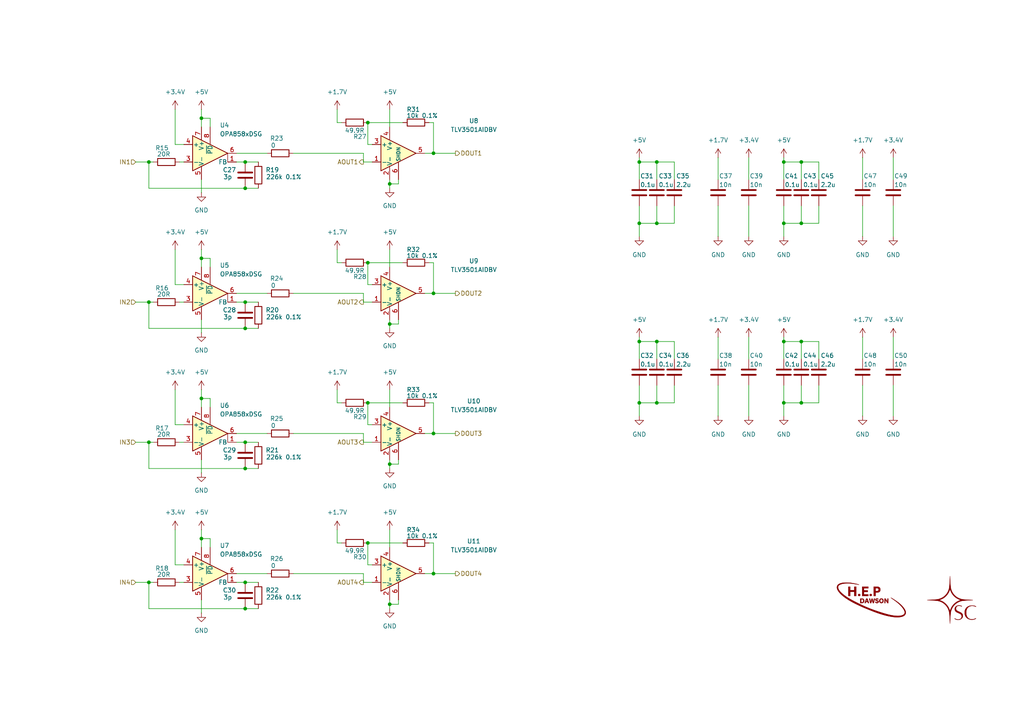
<source format=kicad_sch>
(kicad_sch (version 20250114) (generator "eeschema") (generator_version "9.0")
  (paper "A4")
  (title_block (comment 3 "Dawson Enriched Pure & Applied") (comment 4 "Alex Xia"))
  (lib_symbols
    (symbol "Device:C" (pin_numbers (hide yes)) (pin_names (offset 0.254))
      (property "Reference" "C" (at 0.635 2.54 0))
      (property "Value" "C" (at 0.635 -2.54 0))
      (symbol "C_1_1"
        (pin passive line (at 0 3.81 270) (length 2.794) (name "~") (number "1"))
        (pin passive line (at 0 -3.81 90) (length 2.794) (name "~") (number "2"))
      )
    )
    (symbol "Device:R" (pin_numbers (hide yes)) (pin_names (offset 0))
      (property "Reference" "R" (at 2.032 0 90))
      (property "Value" "R" (at 0 0 90))
      (symbol "R_1_1"
        (pin passive line (at 0 3.81 270) (length 1.27) (name "~") (number "1"))
        (pin passive line (at 0 -3.81 90) (length 1.27) (name "~") (number "2"))
      )
    )
    (symbol "hep:LOGO" (pin_names (offset 1.016)))
    (symbol "opa858:OPA858xDSG" (pin_names (offset 0.127))
      (property "Reference" "U" (at 1.27 8.89 0))
      (property "Value" "OPA858xDSG" (at 1.27 6.35 0))
      (symbol "OPA858xDSG_0_0"
        (pin power_in line (at -2.54 7.62 270) (length 3.81) (name "V+") (number "7"))
        (pin passive line (at -2.54 -7.62 90) (length 3.81) (hide yes) (name "V-") (number "9"))
        (pin input line (at 0 7.62 270) (length 5.08) (name "~{PD}") (number "8"))
      )
      (symbol "OPA858xDSG_0_1"
        (pin no_connect line (at -5.08 -5.08 90) (length 3.81) (hide yes) (name "NC") (number "2"))
        (pin output line (at 7.62 0 180) (length 2.54) (name "~") (number "6"))
      )
      (symbol "OPA858xDSG_1_1"
        (pin input line (at -7.62 2.54 0) (length 2.54) (name "+") (number "4"))
        (pin input line (at -7.62 -2.54 0) (length 2.54) (name "-") (number "3"))
        (pin power_in line (at -2.54 -7.62 90) (length 3.81) (name "V-") (number "5"))
        (pin output line (at 7.62 -2.54 180) (length 2.54) (name "FB") (number "1"))
      )
    )
    (symbol "power:+5V" (power) (pin_numbers (hide yes)) (pin_names (offset 0) (hide yes))
      (property "Value" "+5V" (at 0 3.556 0))
      (symbol "+5V_1_1"
        (pin power_in line (at 0 0 90) (length 0) (name "~") (number "1"))
      )
    )
    (symbol "power:GND" (power) (pin_numbers (hide yes)) (pin_names (offset 0) (hide yes))
      (property "Value" "GND" (at 0 -3.81 0))
      (symbol "GND_1_1"
        (pin power_in line (at 0 0 270) (length 0) (name "~") (number "1"))
      )
    )
    (symbol "sc:LOGO" (pin_names (offset 1.016)))
    (symbol "tlv3501:TLV3501AIDBV" (pin_names (offset 0.127))
      (property "Reference" "U" (at 3.81 -5.08 0))
      (property "Value" "TLV3501AIDBV" (at 3.81 -7.62 0))
      (symbol "TLV3501AIDBV_1_1"
        (pin input line (at -7.62 2.54 0) (length 2.54) (name "+") (number "3"))
        (pin input line (at -7.62 -2.54 0) (length 2.54) (name "-") (number "1"))
        (pin power_in line (at -2.54 7.62 270) (length 3.81) (name "V+") (number "4"))
        (pin power_in line (at -2.54 -7.62 90) (length 3.81) (name "V-") (number "2"))
        (pin input line (at 0 -7.62 90) (length 5.08) (name "SHDN") (number "6"))
        (pin output line (at 7.62 0 180) (length 2.54) (name "~") (number "5"))
      )
    )
  )
  (junction (at 71.12 54.61))
  (junction (at 232.41 116.84))
  (junction (at 71.12 176.53))
  (junction (at 190.5 99.06))
  (junction (at 232.41 46.99))
  (junction (at 185.42 64.77))
  (junction (at 125.73 44.45))
  (junction (at 232.41 99.06))
  (junction (at 227.33 99.06))
  (junction (at 190.5 46.99))
  (junction (at 106.68 157.48))
  (junction (at 71.12 46.99))
  (junction (at 43.18 87.63))
  (junction (at 58.42 34.29))
  (junction (at 106.68 35.56))
  (junction (at 113.03 93.98))
  (junction (at 227.33 46.99))
  (junction (at 125.73 85.09))
  (junction (at 125.73 125.73))
  (junction (at 71.12 135.89))
  (junction (at 185.42 99.06))
  (junction (at 185.42 116.84))
  (junction (at 185.42 46.99))
  (junction (at 190.5 64.77))
  (junction (at 71.12 95.25))
  (junction (at 71.12 87.63))
  (junction (at 71.12 168.91))
  (junction (at 58.42 115.57))
  (junction (at 227.33 116.84))
  (junction (at 227.33 64.77))
  (junction (at 113.03 134.62))
  (junction (at 125.73 166.37))
  (junction (at 58.42 156.21))
  (junction (at 58.42 74.93))
  (junction (at 71.12 128.27))
  (junction (at 106.68 116.84))
  (junction (at 232.41 64.77))
  (junction (at 43.18 46.99))
  (junction (at 43.18 128.27))
  (junction (at 113.03 53.34))
  (junction (at 113.03 175.26))
  (junction (at 106.68 76.2))
  (junction (at 190.5 116.84))
  (junction (at 43.18 168.91))
  (wire (pts (xy 237.49 99.06) (xy 232.41 99.06)))
  (wire (pts (xy 43.18 87.63) (xy 43.18 95.25)))
  (wire (pts (xy 106.68 157.48) (xy 116.84 157.48)))
  (wire (pts (xy 68.58 166.37) (xy 77.47 166.37)))
  (wire (pts (xy 190.5 116.84) (xy 195.58 116.84)))
  (wire (pts (xy 227.33 99.06) (xy 232.41 99.06)))
  (wire (pts (xy 185.42 97.79) (xy 185.42 99.06)))
  (wire (pts (xy 71.12 128.27) (xy 74.93 128.27)))
  (wire (pts (xy 97.79 116.84) (xy 99.06 116.84)))
  (wire (pts (xy 43.18 135.89) (xy 71.12 135.89)))
  (wire (pts (xy 217.17 45.72) (xy 217.17 52.07)))
  (wire (pts (xy 113.03 175.26) (xy 113.03 176.53)))
  (wire (pts (xy 123.19 85.09) (xy 125.73 85.09)))
  (wire (pts (xy 97.79 113.03) (xy 97.79 116.84)))
  (wire (pts (xy 123.19 44.45) (xy 125.73 44.45)))
  (wire (pts (xy 124.46 157.48) (xy 125.73 157.48)))
  (wire (pts (xy 115.57 92.71) (xy 115.57 93.98)))
  (wire (pts (xy 68.58 125.73) (xy 77.47 125.73)))
  (wire (pts (xy 123.19 166.37) (xy 125.73 166.37)))
  (wire (pts (xy 113.03 93.98) (xy 115.57 93.98)))
  (wire (pts (xy 50.8 113.03) (xy 50.8 123.19)))
  (wire (pts (xy 68.58 46.99) (xy 71.12 46.99)))
  (wire (pts (xy 232.41 99.06) (xy 232.41 104.14)))
  (wire (pts (xy 60.96 74.93) (xy 58.42 74.93)))
  (wire (pts (xy 113.03 52.07) (xy 113.03 53.34)))
  (wire (pts (xy 105.41 44.45) (xy 105.41 46.99)))
  (wire (pts (xy 125.73 125.73) (xy 132.08 125.73)))
  (wire (pts (xy 52.07 168.91) (xy 53.34 168.91)))
  (wire (pts (xy 85.09 166.37) (xy 105.41 166.37)))
  (wire (pts (xy 227.33 111.76) (xy 227.33 116.84)))
  (wire (pts (xy 185.42 45.72) (xy 185.42 46.99)))
  (wire (pts (xy 60.96 118.11) (xy 60.96 115.57)))
  (wire (pts (xy 106.68 41.91) (xy 107.95 41.91)))
  (wire (pts (xy 43.18 95.25) (xy 71.12 95.25)))
  (wire (pts (xy 113.03 134.62) (xy 113.03 135.89)))
  (wire (pts (xy 195.58 52.07) (xy 195.58 46.99)))
  (wire (pts (xy 250.19 45.72) (xy 250.19 52.07)))
  (wire (pts (xy 71.12 135.89) (xy 74.93 135.89)))
  (wire (pts (xy 185.42 64.77) (xy 190.5 64.77)))
  (wire (pts (xy 185.42 46.99) (xy 185.42 52.07)))
  (wire (pts (xy 71.12 176.53) (xy 74.93 176.53)))
  (wire (pts (xy 113.03 53.34) (xy 113.03 54.61)))
  (wire (pts (xy 190.5 46.99) (xy 190.5 52.07)))
  (wire (pts (xy 43.18 128.27) (xy 44.45 128.27)))
  (wire (pts (xy 39.37 46.99) (xy 43.18 46.99)))
  (wire (pts (xy 227.33 46.99) (xy 227.33 52.07)))
  (wire (pts (xy 217.17 59.69) (xy 217.17 68.58)))
  (wire (pts (xy 50.8 41.91) (xy 53.34 41.91)))
  (wire (pts (xy 106.68 82.55) (xy 107.95 82.55)))
  (wire (pts (xy 227.33 64.77) (xy 232.41 64.77)))
  (wire (pts (xy 43.18 168.91) (xy 43.18 176.53)))
  (wire (pts (xy 113.03 175.26) (xy 115.57 175.26)))
  (wire (pts (xy 124.46 76.2) (xy 125.73 76.2)))
  (wire (pts (xy 195.58 99.06) (xy 190.5 99.06)))
  (wire (pts (xy 185.42 116.84) (xy 185.42 120.65)))
  (wire (pts (xy 227.33 64.77) (xy 227.33 68.58)))
  (wire (pts (xy 113.03 72.39) (xy 113.03 77.47)))
  (wire (pts (xy 60.96 77.47) (xy 60.96 74.93)))
  (wire (pts (xy 105.41 46.99) (xy 107.95 46.99)))
  (wire (pts (xy 71.12 168.91) (xy 74.93 168.91)))
  (wire (pts (xy 237.49 46.99) (xy 232.41 46.99)))
  (wire (pts (xy 125.73 76.2) (xy 125.73 85.09)))
  (wire (pts (xy 71.12 95.25) (xy 74.93 95.25)))
  (wire (pts (xy 97.79 31.75) (xy 97.79 35.56)))
  (wire (pts (xy 106.68 123.19) (xy 107.95 123.19)))
  (wire (pts (xy 185.42 64.77) (xy 185.42 68.58)))
  (wire (pts (xy 58.42 92.71) (xy 58.42 96.52)))
  (wire (pts (xy 125.73 157.48) (xy 125.73 166.37)))
  (wire (pts (xy 71.12 54.61) (xy 74.93 54.61)))
  (wire (pts (xy 58.42 173.99) (xy 58.42 177.8)))
  (wire (pts (xy 50.8 72.39) (xy 50.8 82.55)))
  (wire (pts (xy 232.41 111.76) (xy 232.41 116.84)))
  (wire (pts (xy 123.19 125.73) (xy 125.73 125.73)))
  (wire (pts (xy 113.03 92.71) (xy 113.03 93.98)))
  (wire (pts (xy 39.37 87.63) (xy 43.18 87.63)))
  (wire (pts (xy 124.46 35.56) (xy 125.73 35.56)))
  (wire (pts (xy 259.08 45.72) (xy 259.08 52.07)))
  (wire (pts (xy 58.42 74.93) (xy 58.42 77.47)))
  (wire (pts (xy 232.41 46.99) (xy 232.41 52.07)))
  (wire (pts (xy 195.58 46.99) (xy 190.5 46.99)))
  (wire (pts (xy 106.68 163.83) (xy 107.95 163.83)))
  (wire (pts (xy 113.03 133.35) (xy 113.03 134.62)))
  (wire (pts (xy 106.68 116.84) (xy 116.84 116.84)))
  (wire (pts (xy 113.03 93.98) (xy 113.03 95.25)))
  (wire (pts (xy 185.42 111.76) (xy 185.42 116.84)))
  (wire (pts (xy 58.42 72.39) (xy 58.42 74.93)))
  (wire (pts (xy 106.68 76.2) (xy 116.84 76.2)))
  (wire (pts (xy 208.28 59.69) (xy 208.28 68.58)))
  (wire (pts (xy 208.28 111.76) (xy 208.28 120.65)))
  (wire (pts (xy 43.18 176.53) (xy 71.12 176.53)))
  (wire (pts (xy 259.08 111.76) (xy 259.08 120.65)))
  (wire (pts (xy 58.42 115.57) (xy 58.42 118.11)))
  (wire (pts (xy 106.68 35.56) (xy 116.84 35.56)))
  (wire (pts (xy 105.41 87.63) (xy 107.95 87.63)))
  (wire (pts (xy 39.37 128.27) (xy 43.18 128.27)))
  (wire (pts (xy 39.37 168.91) (xy 43.18 168.91)))
  (wire (pts (xy 227.33 99.06) (xy 227.33 104.14)))
  (wire (pts (xy 113.03 53.34) (xy 115.57 53.34)))
  (wire (pts (xy 250.19 111.76) (xy 250.19 120.65)))
  (wire (pts (xy 259.08 97.79) (xy 259.08 104.14)))
  (wire (pts (xy 227.33 59.69) (xy 227.33 64.77)))
  (wire (pts (xy 105.41 125.73) (xy 105.41 128.27)))
  (wire (pts (xy 60.96 158.75) (xy 60.96 156.21)))
  (wire (pts (xy 237.49 64.77) (xy 232.41 64.77)))
  (wire (pts (xy 227.33 116.84) (xy 232.41 116.84)))
  (wire (pts (xy 125.73 166.37) (xy 132.08 166.37)))
  (wire (pts (xy 68.58 85.09) (xy 77.47 85.09)))
  (wire (pts (xy 259.08 59.69) (xy 259.08 68.58)))
  (wire (pts (xy 185.42 46.99) (xy 190.5 46.99)))
  (wire (pts (xy 52.07 128.27) (xy 53.34 128.27)))
  (wire (pts (xy 237.49 52.07) (xy 237.49 46.99)))
  (wire (pts (xy 68.58 87.63) (xy 71.12 87.63)))
  (wire (pts (xy 115.57 52.07) (xy 115.57 53.34)))
  (wire (pts (xy 50.8 153.67) (xy 50.8 163.83)))
  (wire (pts (xy 237.49 116.84) (xy 232.41 116.84)))
  (wire (pts (xy 105.41 166.37) (xy 105.41 168.91)))
  (wire (pts (xy 43.18 54.61) (xy 71.12 54.61)))
  (wire (pts (xy 43.18 46.99) (xy 43.18 54.61)))
  (wire (pts (xy 105.41 128.27) (xy 107.95 128.27)))
  (wire (pts (xy 113.03 134.62) (xy 115.57 134.62)))
  (wire (pts (xy 185.42 99.06) (xy 190.5 99.06)))
  (wire (pts (xy 217.17 111.76) (xy 217.17 120.65)))
  (wire (pts (xy 190.5 111.76) (xy 190.5 116.84)))
  (wire (pts (xy 113.03 173.99) (xy 113.03 175.26)))
  (wire (pts (xy 52.07 87.63) (xy 53.34 87.63)))
  (wire (pts (xy 113.03 31.75) (xy 113.03 36.83)))
  (wire (pts (xy 185.42 59.69) (xy 185.42 64.77)))
  (wire (pts (xy 58.42 31.75) (xy 58.42 34.29)))
  (wire (pts (xy 125.73 44.45) (xy 132.08 44.45)))
  (wire (pts (xy 125.73 35.56) (xy 125.73 44.45)))
  (wire (pts (xy 50.8 31.75) (xy 50.8 41.91)))
  (wire (pts (xy 232.41 59.69) (xy 232.41 64.77)))
  (wire (pts (xy 58.42 113.03) (xy 58.42 115.57)))
  (wire (pts (xy 227.33 116.84) (xy 227.33 120.65)))
  (wire (pts (xy 58.42 133.35) (xy 58.42 137.16)))
  (wire (pts (xy 97.79 153.67) (xy 97.79 157.48)))
  (wire (pts (xy 85.09 125.73) (xy 105.41 125.73)))
  (wire (pts (xy 52.07 46.99) (xy 53.34 46.99)))
  (wire (pts (xy 195.58 64.77) (xy 190.5 64.77)))
  (wire (pts (xy 97.79 76.2) (xy 99.06 76.2)))
  (wire (pts (xy 195.58 59.69) (xy 195.58 64.77)))
  (wire (pts (xy 85.09 44.45) (xy 105.41 44.45)))
  (wire (pts (xy 237.49 59.69) (xy 237.49 64.77)))
  (wire (pts (xy 106.68 76.2) (xy 106.68 82.55)))
  (wire (pts (xy 97.79 35.56) (xy 99.06 35.56)))
  (wire (pts (xy 58.42 52.07) (xy 58.42 55.88)))
  (wire (pts (xy 60.96 34.29) (xy 58.42 34.29)))
  (wire (pts (xy 227.33 45.72) (xy 227.33 46.99)))
  (wire (pts (xy 58.42 156.21) (xy 58.42 158.75)))
  (wire (pts (xy 97.79 157.48) (xy 99.06 157.48)))
  (wire (pts (xy 227.33 46.99) (xy 232.41 46.99)))
  (wire (pts (xy 250.19 59.69) (xy 250.19 68.58)))
  (wire (pts (xy 113.03 153.67) (xy 113.03 158.75)))
  (wire (pts (xy 85.09 85.09) (xy 105.41 85.09)))
  (wire (pts (xy 50.8 123.19) (xy 53.34 123.19)))
  (wire (pts (xy 43.18 168.91) (xy 44.45 168.91)))
  (wire (pts (xy 125.73 85.09) (xy 132.08 85.09)))
  (wire (pts (xy 43.18 87.63) (xy 44.45 87.63)))
  (wire (pts (xy 68.58 168.91) (xy 71.12 168.91)))
  (wire (pts (xy 68.58 128.27) (xy 71.12 128.27)))
  (wire (pts (xy 125.73 116.84) (xy 125.73 125.73)))
  (wire (pts (xy 71.12 46.99) (xy 74.93 46.99)))
  (wire (pts (xy 105.41 168.91) (xy 107.95 168.91)))
  (wire (pts (xy 185.42 99.06) (xy 185.42 104.14)))
  (wire (pts (xy 190.5 99.06) (xy 190.5 104.14)))
  (wire (pts (xy 113.03 113.03) (xy 113.03 118.11)))
  (wire (pts (xy 97.79 72.39) (xy 97.79 76.2)))
  (wire (pts (xy 195.58 111.76) (xy 195.58 116.84)))
  (wire (pts (xy 60.96 36.83) (xy 60.96 34.29)))
  (wire (pts (xy 250.19 97.79) (xy 250.19 104.14)))
  (wire (pts (xy 50.8 82.55) (xy 53.34 82.55)))
  (wire (pts (xy 58.42 153.67) (xy 58.42 156.21)))
  (wire (pts (xy 106.68 116.84) (xy 106.68 123.19)))
  (wire (pts (xy 43.18 46.99) (xy 44.45 46.99)))
  (wire (pts (xy 60.96 156.21) (xy 58.42 156.21)))
  (wire (pts (xy 43.18 128.27) (xy 43.18 135.89)))
  (wire (pts (xy 237.49 104.14) (xy 237.49 99.06)))
  (wire (pts (xy 190.5 59.69) (xy 190.5 64.77)))
  (wire (pts (xy 60.96 115.57) (xy 58.42 115.57)))
  (wire (pts (xy 208.28 97.79) (xy 208.28 104.14)))
  (wire (pts (xy 58.42 34.29) (xy 58.42 36.83)))
  (wire (pts (xy 237.49 111.76) (xy 237.49 116.84)))
  (wire (pts (xy 71.12 87.63) (xy 74.93 87.63)))
  (wire (pts (xy 185.42 116.84) (xy 190.5 116.84)))
  (wire (pts (xy 115.57 173.99) (xy 115.57 175.26)))
  (wire (pts (xy 106.68 157.48) (xy 106.68 163.83)))
  (wire (pts (xy 124.46 116.84) (xy 125.73 116.84)))
  (wire (pts (xy 227.33 97.79) (xy 227.33 99.06)))
  (wire (pts (xy 106.68 35.56) (xy 106.68 41.91)))
  (wire (pts (xy 217.17 97.79) (xy 217.17 104.14)))
  (wire (pts (xy 105.41 85.09) (xy 105.41 87.63)))
  (wire (pts (xy 68.58 44.45) (xy 77.47 44.45)))
  (wire (pts (xy 115.57 133.35) (xy 115.57 134.62)))
  (wire (pts (xy 195.58 104.14) (xy 195.58 99.06)))
  (wire (pts (xy 50.8 163.83) (xy 53.34 163.83)))
  (wire (pts (xy 208.28 45.72) (xy 208.28 52.07)))
  (hierarchical_label "AOUT3" (shape output) (at 105.41 128.27 180))
  (hierarchical_label "DOUT3" (shape output) (at 132.08 125.73 0))
  (hierarchical_label "IN2" (shape input) (at 39.37 87.63 180))
  (hierarchical_label "IN3" (shape input) (at 39.37 128.27 180))
  (hierarchical_label "AOUT1" (shape output) (at 105.41 46.99 180))
  (hierarchical_label "AOUT4" (shape output) (at 105.41 168.91 180))
  (hierarchical_label "DOUT4" (shape output) (at 132.08 166.37 0))
  (hierarchical_label "IN1" (shape input) (at 39.37 46.99 180))
  (hierarchical_label "AOUT2" (shape output) (at 105.41 87.63 180))
  (hierarchical_label "DOUT1" (shape output) (at 132.08 44.45 0))
  (hierarchical_label "IN4" (shape input) (at 39.37 168.91 180))
  (hierarchical_label "DOUT2" (shape output) (at 132.08 85.09 0))
  (symbol (lib_id "Device:C") (at 217.17 107.95 0) (unit 1)
    (property "Reference" "C40" (at 217.424 103.124 0) (effects (justify left)))
    (property "Value" "10n" (at 217.424 105.664 0) (effects (justify left)))
    (property "Footprint" "Capacitor_SMD:C_0402_1005Metric" (effects (hide yes)))
    (property "Description" "Unpolarized capacitor" (effects (hide yes)))
    (property "LCSC" "C1524" (effects (hide yes)))
  )
  (symbol (lib_id "power:+5V") (at 227.33 45.72 0) (unit 1)
    (property "Reference" "#PWR077" (effects (hide yes)))
    (property "Value" "+5V" (at 227.33 40.64 0))
    (property "Description" "Power symbol creates a global label with name \"+5V\"" (effects (hide yes)))
  )
  (symbol (lib_id "Device:R") (at 120.65 116.84 90) (unit 1)
    (property "Reference" "R33" (at 119.888 113.03 90))
    (property "Value" "10k 0.1%" (at 122.428 114.808 90))
    (property "Footprint" "Resistor_SMD:R_0603_1608Metric" (effects (hide yes)))
    (property "Description" "Resistor" (effects (hide yes)))
    (property "LCSC" "C136139" (effects (hide yes)))
  )
  (symbol (lib_id "Device:R") (at 120.65 76.2 90) (unit 1)
    (property "Reference" "R32" (at 119.888 72.39 90))
    (property "Value" "10k 0.1%" (at 122.428 74.168 90))
    (property "Footprint" "Resistor_SMD:R_0603_1608Metric" (effects (hide yes)))
    (property "Description" "Resistor" (effects (hide yes)))
    (property "LCSC" "C136139" (effects (hide yes)))
  )
  (symbol (lib_id "power:+5V") (at 58.42 113.03 0) (unit 1)
    (property "Reference" "#PWR049" (effects (hide yes)))
    (property "Value" "+5V" (at 58.42 107.95 0))
    (property "Description" "Power symbol creates a global label with name \"+5V\"" (effects (hide yes)))
  )
  (symbol (lib_id "power:GND") (at 217.17 68.58 0) (unit 1)
    (property "Reference" "#PWR074" (effects (hide yes)))
    (property "Value" "GND" (at 217.17 73.914 0))
    (property "Description" "Power symbol creates a global label with name \"GND\" , ground" (effects (hide yes)))
  )
  (symbol (lib_id "power:GND") (at 113.03 54.61 0) (unit 1)
    (property "Reference" "#PWR058" (effects (hide yes)))
    (property "Value" "GND" (at 113.03 59.69 0))
    (property "Description" "Power symbol creates a global label with name \"GND\" , ground" (effects (hide yes)))
  )
  (symbol (lib_id "Device:R") (at 102.87 116.84 270) (unit 1)
    (property "Reference" "R29" (at 104.394 120.904 90))
    (property "Value" "49.9R" (at 102.87 119.126 90))
    (property "Footprint" "Resistor_SMD:R_0402_1005Metric" (effects (hide yes)))
    (property "Description" "Resistor" (effects (hide yes)))
    (property "LCSC" "C25120" (effects (hide yes)))
  )
  (symbol (lib_id "power:+5V") (at 208.28 97.79 0) (unit 1)
    (property "Reference" "#PWR071" (effects (hide yes)))
    (property "Value" "+1.7V" (at 208.28 92.71 0))
    (property "Description" "Power symbol creates a global label with name \"+5V\"" (effects (hide yes)))
  )
  (symbol (lib_id "power:GND") (at 208.28 68.58 0) (unit 1)
    (property "Reference" "#PWR070" (effects (hide yes)))
    (property "Value" "GND" (at 208.28 73.914 0))
    (property "Description" "Power symbol creates a global label with name \"GND\" , ground" (effects (hide yes)))
  )
  (symbol (lib_id "Device:R") (at 102.87 76.2 270) (unit 1)
    (property "Reference" "R28" (at 104.394 80.264 90))
    (property "Value" "49.9R" (at 102.87 78.486 90))
    (property "Footprint" "Resistor_SMD:R_0402_1005Metric" (effects (hide yes)))
    (property "Description" "Resistor" (effects (hide yes)))
    (property "LCSC" "C25120" (effects (hide yes)))
  )
  (symbol (lib_id "power:GND") (at 208.28 120.65 0) (unit 1)
    (property "Reference" "#PWR072" (effects (hide yes)))
    (property "Value" "GND" (at 208.28 125.984 0))
    (property "Description" "Power symbol creates a global label with name \"GND\" , ground" (effects (hide yes)))
  )
  (symbol (lib_id "power:+5V") (at 58.42 31.75 0) (unit 1)
    (property "Reference" "#PWR045" (effects (hide yes)))
    (property "Value" "+5V" (at 58.42 26.67 0))
    (property "Description" "Power symbol creates a global label with name \"+5V\"" (effects (hide yes)))
  )
  (symbol (lib_id "power:GND") (at 58.42 55.88 0) (unit 1)
    (property "Reference" "#PWR046" (effects (hide yes)))
    (property "Value" "GND" (at 58.42 60.96 0))
    (property "Description" "Power symbol creates a global label with name \"GND\" , ground" (effects (hide yes)))
  )
  (symbol (lib_id "Device:C") (at 232.41 55.88 0) (unit 1)
    (property "Reference" "C43" (at 232.918 51.054 0) (effects (justify left)))
    (property "Value" "0.1u" (at 232.918 53.594 0) (effects (justify left)))
    (property "Footprint" "Capacitor_SMD:C_0402_1005Metric" (effects (hide yes)))
    (property "Description" "Unpolarized capacitor" (effects (hide yes)))
    (property "LCSC" "C1581" (effects (hide yes)))
  )
  (symbol (lib_id "power:GND") (at 113.03 135.89 0) (unit 1)
    (property "Reference" "#PWR062" (effects (hide yes)))
    (property "Value" "GND" (at 113.03 140.97 0))
    (property "Description" "Power symbol creates a global label with name \"GND\" , ground" (effects (hide yes)))
  )
  (symbol (lib_id "tlv3501:TLV3501AIDBV") (at 115.57 166.37 0) (unit 1)
    (property "Reference" "U11" (at 137.414 156.972 0))
    (property "Value" "TLV3501AIDBV" (at 137.414 159.512 0))
    (property "Footprint" "Package_TO_SOT_SMD:SOT-23-6" (effects (hide yes)))
    (property "Datasheet" "https://www.ti.com/lit/ds/symlink/tlv3501.pdf" (effects (hide yes)))
    (property "Description" "High-Speed Comparator, 4.5-ns, Rail-to-Rail, Push-Pull CMOS Output, SOT-23-6" (effects (hide yes)))
    (property "LCSC" "C193413" (effects (hide yes)))
  )
  (symbol (lib_id "Device:C") (at 259.08 107.95 0) (unit 1)
    (property "Reference" "C50" (at 259.334 103.124 0) (effects (justify left)))
    (property "Value" "10n" (at 259.334 105.664 0) (effects (justify left)))
    (property "Footprint" "Capacitor_SMD:C_0402_1005Metric" (effects (hide yes)))
    (property "Description" "Unpolarized capacitor" (effects (hide yes)))
    (property "LCSC" "C1524" (effects (hide yes)))
  )
  (symbol (lib_id "power:+5V") (at 113.03 153.67 0) (unit 1)
    (property "Reference" "#PWR063" (effects (hide yes)))
    (property "Value" "+5V" (at 113.03 148.59 0))
    (property "Description" "Power symbol creates a global label with name \"+5V\"" (effects (hide yes)))
  )
  (symbol (lib_id "power:GND") (at 217.17 120.65 0) (unit 1)
    (property "Reference" "#PWR076" (effects (hide yes)))
    (property "Value" "GND" (at 217.17 125.984 0))
    (property "Description" "Power symbol creates a global label with name \"GND\" , ground" (effects (hide yes)))
  )
  (symbol (lib_id "power:+5V") (at 259.08 45.72 0) (unit 1)
    (property "Reference" "#PWR085" (effects (hide yes)))
    (property "Value" "+3.4V" (at 259.08 40.64 0))
    (property "Description" "Power symbol creates a global label with name \"+5V\"" (effects (hide yes)))
  )
  (symbol (lib_id "power:+5V") (at 97.79 113.03 0) (unit 1)
    (property "Reference" "#PWR055" (effects (hide yes)))
    (property "Value" "+1.7V" (at 97.79 107.95 0))
    (property "Description" "Power symbol creates a global label with name \"+5V\"" (effects (hide yes)))
  )
  (symbol (lib_id "Device:R") (at 74.93 132.08 180) (unit 1)
    (property "Reference" "R21" (at 78.994 130.556 0))
    (property "Value" "226k 0.1%" (at 82.296 132.588 0))
    (property "Footprint" "Resistor_SMD:R_0603_1608Metric" (effects (hide yes)))
    (property "Description" "Resistor" (effects (hide yes)))
    (property "LCSC" "C861233" (effects (hide yes)))
  )
  (symbol (lib_id "power:+5V") (at 250.19 97.79 0) (unit 1)
    (property "Reference" "#PWR083" (effects (hide yes)))
    (property "Value" "+1.7V" (at 250.19 92.71 0))
    (property "Description" "Power symbol creates a global label with name \"+5V\"" (effects (hide yes)))
  )
  (symbol (lib_id "sc:LOGO") (at 275.59 173.99 0) (unit 1)
    (property "Reference" "#G8" (effects (hide yes)))
    (property "Value" "LOGO" (effects (hide yes)))
  )
  (symbol (lib_id "Device:C") (at 71.12 172.72 180) (unit 1)
    (property "Reference" "C30" (at 66.548 171.196 0))
    (property "Value" "3p" (at 66.04 173.228 0))
    (property "Footprint" "Capacitor_SMD:C_0402_1005Metric" (effects (hide yes)))
    (property "Description" "Unpolarized capacitor" (effects (hide yes)))
    (property "LCSC" "C1564" (effects (hide yes)))
  )
  (symbol (lib_id "Device:C") (at 217.17 55.88 0) (unit 1)
    (property "Reference" "C39" (at 217.424 51.054 0) (effects (justify left)))
    (property "Value" "10n" (at 217.424 53.594 0) (effects (justify left)))
    (property "Footprint" "Capacitor_SMD:C_0402_1005Metric" (effects (hide yes)))
    (property "Description" "Unpolarized capacitor" (effects (hide yes)))
    (property "LCSC" "C1524" (effects (hide yes)))
  )
  (symbol (lib_id "opa858:OPA858xDSG") (at 60.96 44.45 0) (unit 1)
    (property "Reference" "U4" (at 63.754 36.322 0) (effects (justify left)))
    (property "Value" "OPA858xDSG" (at 63.754 38.862 0) (effects (justify left)))
    (property "Footprint" "Package_SON:WSON-8-1EP_2x2mm_P0.5mm_EP0.9x1.6mm" (effects (hide yes)))
    (property "Datasheet" "http://www.ti.com/lit/ds/symlink/opa858.pdf" (effects (hide yes)))
    (property "Description" "5.5-GHz Gain Bandwidth Product, Gain of 7 V/V Stable, FET Input Amplifier, WSON-8" (effects (hide yes)))
    (property "LCSC" "C970232" (effects (hide yes)))
  )
  (symbol (lib_id "power:+5V") (at 50.8 153.67 0) (unit 1)
    (property "Reference" "#PWR044" (effects (hide yes)))
    (property "Value" "+3.4V" (at 50.8 148.59 0))
    (property "Description" "Power symbol creates a global label with name \"+5V\"" (effects (hide yes)))
  )
  (symbol (lib_id "power:GND") (at 185.42 68.58 0) (unit 1)
    (property "Reference" "#PWR066" (effects (hide yes)))
    (property "Value" "GND" (at 185.42 73.914 0))
    (property "Description" "Power symbol creates a global label with name \"GND\" , ground" (effects (hide yes)))
  )
  (symbol (lib_id "power:+5V") (at 259.08 97.79 0) (unit 1)
    (property "Reference" "#PWR087" (effects (hide yes)))
    (property "Value" "+3.4V" (at 259.08 92.71 0))
    (property "Description" "Power symbol creates a global label with name \"+5V\"" (effects (hide yes)))
  )
  (symbol (lib_id "power:+5V") (at 50.8 72.39 0) (unit 1)
    (property "Reference" "#PWR042" (effects (hide yes)))
    (property "Value" "+3.4V" (at 50.8 67.31 0))
    (property "Description" "Power symbol creates a global label with name \"+5V\"" (effects (hide yes)))
  )
  (symbol (lib_id "Device:R") (at 48.26 168.91 90) (unit 1)
    (property "Reference" "R18" (at 46.99 164.846 90))
    (property "Value" "20R" (at 47.498 166.624 90))
    (property "Footprint" "Resistor_SMD:R_0402_1005Metric" (effects (hide yes)))
    (property "Description" "Resistor" (effects (hide yes)))
    (property "LCSC" "C25089" (effects (hide yes)))
  )
  (symbol (lib_id "power:GND") (at 250.19 68.58 0) (unit 1)
    (property "Reference" "#PWR082" (effects (hide yes)))
    (property "Value" "GND" (at 250.19 73.914 0))
    (property "Description" "Power symbol creates a global label with name \"GND\" , ground" (effects (hide yes)))
  )
  (symbol (lib_id "Device:C") (at 227.33 55.88 0) (unit 1)
    (property "Reference" "C41" (at 227.584 51.054 0) (effects (justify left)))
    (property "Value" "0.1u" (at 227.584 53.594 0) (effects (justify left)))
    (property "Footprint" "Capacitor_SMD:C_0402_1005Metric" (effects (hide yes)))
    (property "Description" "Unpolarized capacitor" (effects (hide yes)))
    (property "LCSC" "C1581" (effects (hide yes)))
  )
  (symbol (lib_id "Device:C") (at 195.58 107.95 0) (unit 1)
    (property "Reference" "C36" (at 196.088 103.124 0) (effects (justify left)))
    (property "Value" "2.2u" (at 196.088 105.664 0) (effects (justify left)))
    (property "Footprint" "Capacitor_SMD:C_0402_1005Metric" (effects (hide yes)))
    (property "Description" "Unpolarized capacitor" (effects (hide yes)))
    (property "LCSC" "C60078" (effects (hide yes)))
  )
  (symbol (lib_id "Device:C") (at 190.5 107.95 0) (unit 1)
    (property "Reference" "C34" (at 191.008 103.124 0) (effects (justify left)))
    (property "Value" "0.1u" (at 191.008 105.664 0) (effects (justify left)))
    (property "Footprint" "Capacitor_SMD:C_0402_1005Metric" (effects (hide yes)))
    (property "Description" "Unpolarized capacitor" (effects (hide yes)))
    (property "LCSC" "C1581" (effects (hide yes)))
  )
  (symbol (lib_id "Device:C") (at 259.08 55.88 0) (unit 1)
    (property "Reference" "C49" (at 259.334 51.054 0) (effects (justify left)))
    (property "Value" "10n" (at 259.334 53.594 0) (effects (justify left)))
    (property "Footprint" "Capacitor_SMD:C_0402_1005Metric" (effects (hide yes)))
    (property "Description" "Unpolarized capacitor" (effects (hide yes)))
    (property "LCSC" "C1524" (effects (hide yes)))
  )
  (symbol (lib_id "Device:R") (at 74.93 91.44 180) (unit 1)
    (property "Reference" "R20" (at 78.994 89.916 0))
    (property "Value" "226k 0.1%" (at 82.296 91.948 0))
    (property "Footprint" "Resistor_SMD:R_0603_1608Metric" (effects (hide yes)))
    (property "Description" "Resistor" (effects (hide yes)))
    (property "LCSC" "C861233" (effects (hide yes)))
  )
  (symbol (lib_id "hep:LOGO") (at 252.73 173.99 0) (unit 1)
    (property "Reference" "#G7" (effects (hide yes)))
    (property "Value" "LOGO" (effects (hide yes)))
  )
  (symbol (lib_id "Device:R") (at 81.28 44.45 90) (unit 1)
    (property "Reference" "R23" (at 80.264 40.132 90))
    (property "Value" "0" (at 79.248 42.164 90))
    (property "Footprint" "Resistor_SMD:R_0402_1005Metric" (effects (hide yes)))
    (property "Description" "Resistor" (effects (hide yes)))
    (property "LCSC" "C17168" (effects (hide yes)))
  )
  (symbol (lib_id "Device:C") (at 237.49 55.88 0) (unit 1)
    (property "Reference" "C45" (at 237.998 51.054 0) (effects (justify left)))
    (property "Value" "2.2u" (at 237.998 53.594 0) (effects (justify left)))
    (property "Footprint" "Capacitor_SMD:C_0402_1005Metric" (effects (hide yes)))
    (property "Description" "Unpolarized capacitor" (effects (hide yes)))
    (property "LCSC" "C60078" (effects (hide yes)))
  )
  (symbol (lib_id "power:+5V") (at 227.33 97.79 0) (unit 1)
    (property "Reference" "#PWR079" (effects (hide yes)))
    (property "Value" "+5V" (at 227.33 92.71 0))
    (property "Description" "Power symbol creates a global label with name \"+5V\"" (effects (hide yes)))
  )
  (symbol (lib_id "Device:R") (at 81.28 166.37 90) (unit 1)
    (property "Reference" "R26" (at 80.264 162.052 90))
    (property "Value" "0" (at 79.248 164.084 90))
    (property "Footprint" "Resistor_SMD:R_0402_1005Metric" (effects (hide yes)))
    (property "Description" "Resistor" (effects (hide yes)))
    (property "LCSC" "C17168" (effects (hide yes)))
  )
  (symbol (lib_id "power:GND") (at 58.42 177.8 0) (unit 1)
    (property "Reference" "#PWR052" (effects (hide yes)))
    (property "Value" "GND" (at 58.42 182.88 0))
    (property "Description" "Power symbol creates a global label with name \"GND\" , ground" (effects (hide yes)))
  )
  (symbol (lib_id "Device:C") (at 190.5 55.88 0) (unit 1)
    (property "Reference" "C33" (at 191.008 51.054 0) (effects (justify left)))
    (property "Value" "0.1u" (at 191.008 53.594 0) (effects (justify left)))
    (property "Footprint" "Capacitor_SMD:C_0402_1005Metric" (effects (hide yes)))
    (property "Description" "Unpolarized capacitor" (effects (hide yes)))
    (property "LCSC" "C1581" (effects (hide yes)))
  )
  (symbol (lib_id "tlv3501:TLV3501AIDBV") (at 115.57 44.45 0) (unit 1)
    (property "Reference" "U8" (at 137.414 35.052 0))
    (property "Value" "TLV3501AIDBV" (at 137.414 37.592 0))
    (property "Footprint" "Package_TO_SOT_SMD:SOT-23-6" (effects (hide yes)))
    (property "Datasheet" "https://www.ti.com/lit/ds/symlink/tlv3501.pdf" (effects (hide yes)))
    (property "Description" "High-Speed Comparator, 4.5-ns, Rail-to-Rail, Push-Pull CMOS Output, SOT-23-6" (effects (hide yes)))
    (property "LCSC" "C193413" (effects (hide yes)))
  )
  (symbol (lib_id "Device:R") (at 74.93 50.8 180) (unit 1)
    (property "Reference" "R19" (at 78.994 49.276 0))
    (property "Value" "226k 0.1%" (at 82.296 51.308 0))
    (property "Footprint" "Resistor_SMD:R_0603_1608Metric" (effects (hide yes)))
    (property "Description" "Resistor" (effects (hide yes)))
    (property "LCSC" "C861233" (effects (hide yes)))
  )
  (symbol (lib_id "Device:R") (at 48.26 128.27 90) (unit 1)
    (property "Reference" "R17" (at 46.99 124.206 90))
    (property "Value" "20R" (at 47.498 125.984 90))
    (property "Footprint" "Resistor_SMD:R_0402_1005Metric" (effects (hide yes)))
    (property "Description" "Resistor" (effects (hide yes)))
    (property "LCSC" "C25089" (effects (hide yes)))
  )
  (symbol (lib_id "power:+5V") (at 208.28 45.72 0) (unit 1)
    (property "Reference" "#PWR069" (effects (hide yes)))
    (property "Value" "+1.7V" (at 208.28 40.64 0))
    (property "Description" "Power symbol creates a global label with name \"+5V\"" (effects (hide yes)))
  )
  (symbol (lib_id "power:GND") (at 250.19 120.65 0) (unit 1)
    (property "Reference" "#PWR084" (effects (hide yes)))
    (property "Value" "GND" (at 250.19 125.984 0))
    (property "Description" "Power symbol creates a global label with name \"GND\" , ground" (effects (hide yes)))
  )
  (symbol (lib_id "power:GND") (at 58.42 96.52 0) (unit 1)
    (property "Reference" "#PWR048" (effects (hide yes)))
    (property "Value" "GND" (at 58.42 101.6 0))
    (property "Description" "Power symbol creates a global label with name \"GND\" , ground" (effects (hide yes)))
  )
  (symbol (lib_id "power:+5V") (at 58.42 72.39 0) (unit 1)
    (property "Reference" "#PWR047" (effects (hide yes)))
    (property "Value" "+5V" (at 58.42 67.31 0))
    (property "Description" "Power symbol creates a global label with name \"+5V\"" (effects (hide yes)))
  )
  (symbol (lib_id "Device:C") (at 71.12 91.44 180) (unit 1)
    (property "Reference" "C28" (at 66.548 89.916 0))
    (property "Value" "3p" (at 66.04 91.948 0))
    (property "Footprint" "Capacitor_SMD:C_0402_1005Metric" (effects (hide yes)))
    (property "Description" "Unpolarized capacitor" (effects (hide yes)))
    (property "LCSC" "C1564" (effects (hide yes)))
  )
  (symbol (lib_id "Device:C") (at 71.12 132.08 180) (unit 1)
    (property "Reference" "C29" (at 66.548 130.556 0))
    (property "Value" "3p" (at 66.04 132.588 0))
    (property "Footprint" "Capacitor_SMD:C_0402_1005Metric" (effects (hide yes)))
    (property "Description" "Unpolarized capacitor" (effects (hide yes)))
    (property "LCSC" "C1564" (effects (hide yes)))
  )
  (symbol (lib_id "power:+5V") (at 97.79 153.67 0) (unit 1)
    (property "Reference" "#PWR056" (effects (hide yes)))
    (property "Value" "+1.7V" (at 97.79 148.59 0))
    (property "Description" "Power symbol creates a global label with name \"+5V\"" (effects (hide yes)))
  )
  (symbol (lib_id "Device:C") (at 71.12 50.8 180) (unit 1)
    (property "Reference" "C27" (at 66.548 49.276 0))
    (property "Value" "3p" (at 66.04 51.308 0))
    (property "Footprint" "Capacitor_SMD:C_0402_1005Metric" (effects (hide yes)))
    (property "Description" "Unpolarized capacitor" (effects (hide yes)))
    (property "LCSC" "C1564" (effects (hide yes)))
  )
  (symbol (lib_id "power:GND") (at 227.33 68.58 0) (unit 1)
    (property "Reference" "#PWR078" (effects (hide yes)))
    (property "Value" "GND" (at 227.33 73.914 0))
    (property "Description" "Power symbol creates a global label with name \"GND\" , ground" (effects (hide yes)))
  )
  (symbol (lib_id "power:GND") (at 227.33 120.65 0) (unit 1)
    (property "Reference" "#PWR080" (effects (hide yes)))
    (property "Value" "GND" (at 227.33 125.984 0))
    (property "Description" "Power symbol creates a global label with name \"GND\" , ground" (effects (hide yes)))
  )
  (symbol (lib_id "power:GND") (at 113.03 95.25 0) (unit 1)
    (property "Reference" "#PWR060" (effects (hide yes)))
    (property "Value" "GND" (at 113.03 100.33 0))
    (property "Description" "Power symbol creates a global label with name \"GND\" , ground" (effects (hide yes)))
  )
  (symbol (lib_id "Device:C") (at 250.19 107.95 0) (unit 1)
    (property "Reference" "C48" (at 250.444 103.124 0) (effects (justify left)))
    (property "Value" "10n" (at 250.444 105.664 0) (effects (justify left)))
    (property "Footprint" "Capacitor_SMD:C_0402_1005Metric" (effects (hide yes)))
    (property "Description" "Unpolarized capacitor" (effects (hide yes)))
    (property "LCSC" "C1524" (effects (hide yes)))
  )
  (symbol (lib_id "Device:C") (at 185.42 107.95 0) (unit 1)
    (property "Reference" "C32" (at 185.674 103.124 0) (effects (justify left)))
    (property "Value" "0.1u" (at 185.674 105.664 0) (effects (justify left)))
    (property "Footprint" "Capacitor_SMD:C_0402_1005Metric" (effects (hide yes)))
    (property "Description" "Unpolarized capacitor" (effects (hide yes)))
    (property "LCSC" "C1581" (effects (hide yes)))
  )
  (symbol (lib_id "power:GND") (at 259.08 68.58 0) (unit 1)
    (property "Reference" "#PWR086" (effects (hide yes)))
    (property "Value" "GND" (at 259.08 73.914 0))
    (property "Description" "Power symbol creates a global label with name \"GND\" , ground" (effects (hide yes)))
  )
  (symbol (lib_id "power:+5V") (at 217.17 97.79 0) (unit 1)
    (property "Reference" "#PWR075" (effects (hide yes)))
    (property "Value" "+3.4V" (at 217.17 92.71 0))
    (property "Description" "Power symbol creates a global label with name \"+5V\"" (effects (hide yes)))
  )
  (symbol (lib_id "Device:C") (at 250.19 55.88 0) (unit 1)
    (property "Reference" "C47" (at 250.444 51.054 0) (effects (justify left)))
    (property "Value" "10n" (at 250.444 53.594 0) (effects (justify left)))
    (property "Footprint" "Capacitor_SMD:C_0402_1005Metric" (effects (hide yes)))
    (property "Description" "Unpolarized capacitor" (effects (hide yes)))
    (property "LCSC" "C1524" (effects (hide yes)))
  )
  (symbol (lib_id "Device:C") (at 227.33 107.95 0) (unit 1)
    (property "Reference" "C42" (at 227.584 103.124 0) (effects (justify left)))
    (property "Value" "0.1u" (at 227.584 105.664 0) (effects (justify left)))
    (property "Footprint" "Capacitor_SMD:C_0402_1005Metric" (effects (hide yes)))
    (property "Description" "Unpolarized capacitor" (effects (hide yes)))
    (property "LCSC" "C1581" (effects (hide yes)))
  )
  (symbol (lib_id "tlv3501:TLV3501AIDBV") (at 115.57 125.73 0) (unit 1)
    (property "Reference" "U10" (at 137.414 116.332 0))
    (property "Value" "TLV3501AIDBV" (at 137.414 118.872 0))
    (property "Footprint" "Package_TO_SOT_SMD:SOT-23-6" (effects (hide yes)))
    (property "Datasheet" "https://www.ti.com/lit/ds/symlink/tlv3501.pdf" (effects (hide yes)))
    (property "Description" "High-Speed Comparator, 4.5-ns, Rail-to-Rail, Push-Pull CMOS Output, SOT-23-6" (effects (hide yes)))
    (property "LCSC" "C193413" (effects (hide yes)))
  )
  (symbol (lib_id "Device:R") (at 74.93 172.72 180) (unit 1)
    (property "Reference" "R22" (at 78.994 171.196 0))
    (property "Value" "226k 0.1%" (at 82.296 173.228 0))
    (property "Footprint" "Resistor_SMD:R_0603_1608Metric" (effects (hide yes)))
    (property "Description" "Resistor" (effects (hide yes)))
    (property "LCSC" "C861233" (effects (hide yes)))
  )
  (symbol (lib_id "power:+5V") (at 97.79 72.39 0) (unit 1)
    (property "Reference" "#PWR054" (effects (hide yes)))
    (property "Value" "+1.7V" (at 97.79 67.31 0))
    (property "Description" "Power symbol creates a global label with name \"+5V\"" (effects (hide yes)))
  )
  (symbol (lib_id "power:+5V") (at 250.19 45.72 0) (unit 1)
    (property "Reference" "#PWR081" (effects (hide yes)))
    (property "Value" "+1.7V" (at 250.19 40.64 0))
    (property "Description" "Power symbol creates a global label with name \"+5V\"" (effects (hide yes)))
  )
  (symbol (lib_id "Device:R") (at 48.26 87.63 90) (unit 1)
    (property "Reference" "R16" (at 46.99 83.566 90))
    (property "Value" "20R" (at 47.498 85.344 90))
    (property "Footprint" "Resistor_SMD:R_0402_1005Metric" (effects (hide yes)))
    (property "Description" "Resistor" (effects (hide yes)))
    (property "LCSC" "C25089" (effects (hide yes)))
  )
  (symbol (lib_id "power:+5V") (at 97.79 31.75 0) (unit 1)
    (property "Reference" "#PWR053" (effects (hide yes)))
    (property "Value" "+1.7V" (at 97.79 26.67 0))
    (property "Description" "Power symbol creates a global label with name \"+5V\"" (effects (hide yes)))
  )
  (symbol (lib_id "power:+5V") (at 217.17 45.72 0) (unit 1)
    (property "Reference" "#PWR073" (effects (hide yes)))
    (property "Value" "+3.4V" (at 217.17 40.64 0))
    (property "Description" "Power symbol creates a global label with name \"+5V\"" (effects (hide yes)))
  )
  (symbol (lib_id "opa858:OPA858xDSG") (at 60.96 85.09 0) (unit 1)
    (property "Reference" "U5" (at 63.754 76.962 0) (effects (justify left)))
    (property "Value" "OPA858xDSG" (at 63.754 79.502 0) (effects (justify left)))
    (property "Footprint" "Package_SON:WSON-8-1EP_2x2mm_P0.5mm_EP0.9x1.6mm" (effects (hide yes)))
    (property "Datasheet" "http://www.ti.com/lit/ds/symlink/opa858.pdf" (effects (hide yes)))
    (property "Description" "5.5-GHz Gain Bandwidth Product, Gain of 7 V/V Stable, FET Input Amplifier, WSON-8" (effects (hide yes)))
    (property "LCSC" "C970232" (effects (hide yes)))
  )
  (symbol (lib_id "Device:R") (at 102.87 157.48 270) (unit 1)
    (property "Reference" "R30" (at 104.394 161.544 90))
    (property "Value" "49.9R" (at 102.87 159.766 90))
    (property "Footprint" "Resistor_SMD:R_0402_1005Metric" (effects (hide yes)))
    (property "Description" "Resistor" (effects (hide yes)))
    (property "LCSC" "C25120" (effects (hide yes)))
  )
  (symbol (lib_id "power:+5V") (at 50.8 31.75 0) (unit 1)
    (property "Reference" "#PWR041" (effects (hide yes)))
    (property "Value" "+3.4V" (at 50.8 26.67 0))
    (property "Description" "Power symbol creates a global label with name \"+5V\"" (effects (hide yes)))
  )
  (symbol (lib_id "tlv3501:TLV3501AIDBV") (at 115.57 85.09 0) (unit 1)
    (property "Reference" "U9" (at 137.414 75.692 0))
    (property "Value" "TLV3501AIDBV" (at 137.414 78.232 0))
    (property "Footprint" "Package_TO_SOT_SMD:SOT-23-6" (effects (hide yes)))
    (property "Datasheet" "https://www.ti.com/lit/ds/symlink/tlv3501.pdf" (effects (hide yes)))
    (property "Description" "High-Speed Comparator, 4.5-ns, Rail-to-Rail, Push-Pull CMOS Output, SOT-23-6" (effects (hide yes)))
    (property "LCSC" "C193413" (effects (hide yes)))
  )
  (symbol (lib_id "Device:C") (at 208.28 55.88 0) (unit 1)
    (property "Reference" "C37" (at 208.534 51.054 0) (effects (justify left)))
    (property "Value" "10n" (at 208.534 53.594 0) (effects (justify left)))
    (property "Footprint" "Capacitor_SMD:C_0402_1005Metric" (effects (hide yes)))
    (property "Description" "Unpolarized capacitor" (effects (hide yes)))
    (property "LCSC" "C1524" (effects (hide yes)))
  )
  (symbol (lib_id "Device:C") (at 237.49 107.95 0) (unit 1)
    (property "Reference" "C46" (at 237.998 103.124 0) (effects (justify left)))
    (property "Value" "2.2u" (at 237.998 105.664 0) (effects (justify left)))
    (property "Footprint" "Capacitor_SMD:C_0402_1005Metric" (effects (hide yes)))
    (property "Description" "Unpolarized capacitor" (effects (hide yes)))
    (property "LCSC" "C60078" (effects (hide yes)))
  )
  (symbol (lib_id "Device:R") (at 81.28 125.73 90) (unit 1)
    (property "Reference" "R25" (at 80.264 121.412 90))
    (property "Value" "0" (at 79.248 123.444 90))
    (property "Footprint" "Resistor_SMD:R_0402_1005Metric" (effects (hide yes)))
    (property "Description" "Resistor" (effects (hide yes)))
    (property "LCSC" "C17168" (effects (hide yes)))
  )
  (symbol (lib_id "Device:C") (at 232.41 107.95 0) (unit 1)
    (property "Reference" "C44" (at 232.918 103.124 0) (effects (justify left)))
    (property "Value" "0.1u" (at 232.918 105.664 0) (effects (justify left)))
    (property "Footprint" "Capacitor_SMD:C_0402_1005Metric" (effects (hide yes)))
    (property "Description" "Unpolarized capacitor" (effects (hide yes)))
    (property "LCSC" "C1581" (effects (hide yes)))
  )
  (symbol (lib_id "power:GND") (at 113.03 176.53 0) (unit 1)
    (property "Reference" "#PWR064" (effects (hide yes)))
    (property "Value" "GND" (at 113.03 181.61 0))
    (property "Description" "Power symbol creates a global label with name \"GND\" , ground" (effects (hide yes)))
  )
  (symbol (lib_id "Device:R") (at 48.26 46.99 90) (unit 1)
    (property "Reference" "R15" (at 46.99 42.926 90))
    (property "Value" "20R" (at 47.498 44.704 90))
    (property "Footprint" "Resistor_SMD:R_0402_1005Metric" (effects (hide yes)))
    (property "Description" "Resistor" (effects (hide yes)))
    (property "LCSC" "C25089" (effects (hide yes)))
  )
  (symbol (lib_id "power:+5V") (at 185.42 97.79 0) (unit 1)
    (property "Reference" "#PWR067" (effects (hide yes)))
    (property "Value" "+5V" (at 185.42 92.71 0))
    (property "Description" "Power symbol creates a global label with name \"+5V\"" (effects (hide yes)))
  )
  (symbol (lib_id "power:+5V") (at 113.03 72.39 0) (unit 1)
    (property "Reference" "#PWR059" (effects (hide yes)))
    (property "Value" "+5V" (at 113.03 67.31 0))
    (property "Description" "Power symbol creates a global label with name \"+5V\"" (effects (hide yes)))
  )
  (symbol (lib_id "Device:R") (at 120.65 35.56 90) (unit 1)
    (property "Reference" "R31" (at 119.888 31.75 90))
    (property "Value" "10k 0.1%" (at 122.428 33.528 90))
    (property "Footprint" "Resistor_SMD:R_0603_1608Metric" (effects (hide yes)))
    (property "Description" "Resistor" (effects (hide yes)))
    (property "LCSC" "C136139" (effects (hide yes)))
  )
  (symbol (lib_id "power:+5V") (at 185.42 45.72 0) (unit 1)
    (property "Reference" "#PWR065" (effects (hide yes)))
    (property "Value" "+5V" (at 185.42 40.64 0))
    (property "Description" "Power symbol creates a global label with name \"+5V\"" (effects (hide yes)))
  )
  (symbol (lib_id "Device:R") (at 81.28 85.09 90) (unit 1)
    (property "Reference" "R24" (at 80.264 80.772 90))
    (property "Value" "0" (at 79.248 82.804 90))
    (property "Footprint" "Resistor_SMD:R_0402_1005Metric" (effects (hide yes)))
    (property "Description" "Resistor" (effects (hide yes)))
    (property "LCSC" "C17168" (effects (hide yes)))
  )
  (symbol (lib_id "power:GND") (at 259.08 120.65 0) (unit 1)
    (property "Reference" "#PWR088" (effects (hide yes)))
    (property "Value" "GND" (at 259.08 125.984 0))
    (property "Description" "Power symbol creates a global label with name \"GND\" , ground" (effects (hide yes)))
  )
  (symbol (lib_id "Device:C") (at 208.28 107.95 0) (unit 1)
    (property "Reference" "C38" (at 208.534 103.124 0) (effects (justify left)))
    (property "Value" "10n" (at 208.534 105.664 0) (effects (justify left)))
    (property "Footprint" "Capacitor_SMD:C_0402_1005Metric" (effects (hide yes)))
    (property "Description" "Unpolarized capacitor" (effects (hide yes)))
    (property "LCSC" "C1524" (effects (hide yes)))
  )
  (symbol (lib_id "power:+5V") (at 58.42 153.67 0) (unit 1)
    (property "Reference" "#PWR051" (effects (hide yes)))
    (property "Value" "+5V" (at 58.42 148.59 0))
    (property "Description" "Power symbol creates a global label with name \"+5V\"" (effects (hide yes)))
  )
  (symbol (lib_id "Device:R") (at 102.87 35.56 270) (unit 1)
    (property "Reference" "R27" (at 104.394 39.624 90))
    (property "Value" "49.9R" (at 102.87 37.846 90))
    (property "Footprint" "Resistor_SMD:R_0402_1005Metric" (effects (hide yes)))
    (property "Description" "Resistor" (effects (hide yes)))
    (property "LCSC" "C25120" (effects (hide yes)))
  )
  (symbol (lib_id "power:GND") (at 58.42 137.16 0) (unit 1)
    (property "Reference" "#PWR050" (effects (hide yes)))
    (property "Value" "GND" (at 58.42 142.24 0))
    (property "Description" "Power symbol creates a global label with name \"GND\" , ground" (effects (hide yes)))
  )
  (symbol (lib_id "power:+5V") (at 50.8 113.03 0) (unit 1)
    (property "Reference" "#PWR043" (effects (hide yes)))
    (property "Value" "+3.4V" (at 50.8 107.95 0))
    (property "Description" "Power symbol creates a global label with name \"+5V\"" (effects (hide yes)))
  )
  (symbol (lib_id "power:GND") (at 185.42 120.65 0) (unit 1)
    (property "Reference" "#PWR068" (effects (hide yes)))
    (property "Value" "GND" (at 185.42 125.984 0))
    (property "Description" "Power symbol creates a global label with name \"GND\" , ground" (effects (hide yes)))
  )
  (symbol (lib_id "Device:C") (at 185.42 55.88 0) (unit 1)
    (property "Reference" "C31" (at 185.674 51.054 0) (effects (justify left)))
    (property "Value" "0.1u" (at 185.674 53.594 0) (effects (justify left)))
    (property "Footprint" "Capacitor_SMD:C_0402_1005Metric" (effects (hide yes)))
    (property "Description" "Unpolarized capacitor" (effects (hide yes)))
    (property "LCSC" "C1581" (effects (hide yes)))
  )
  (symbol (lib_id "power:+5V") (at 113.03 113.03 0) (unit 1)
    (property "Reference" "#PWR061" (effects (hide yes)))
    (property "Value" "+5V" (at 113.03 107.95 0))
    (property "Description" "Power symbol creates a global label with name \"+5V\"" (effects (hide yes)))
  )
  (symbol (lib_id "opa858:OPA858xDSG") (at 60.96 166.37 0) (unit 1)
    (property "Reference" "U7" (at 63.754 158.242 0) (effects (justify left)))
    (property "Value" "OPA858xDSG" (at 63.754 160.782 0) (effects (justify left)))
    (property "Footprint" "Package_SON:WSON-8-1EP_2x2mm_P0.5mm_EP0.9x1.6mm" (effects (hide yes)))
    (property "Datasheet" "http://www.ti.com/lit/ds/symlink/opa858.pdf" (effects (hide yes)))
    (property "Description" "5.5-GHz Gain Bandwidth Product, Gain of 7 V/V Stable, FET Input Amplifier, WSON-8" (effects (hide yes)))
    (property "LCSC" "C970232" (effects (hide yes)))
  )
  (symbol (lib_id "Device:C") (at 195.58 55.88 0) (unit 1)
    (property "Reference" "C35" (at 196.088 51.054 0) (effects (justify left)))
    (property "Value" "2.2u" (at 196.088 53.594 0) (effects (justify left)))
    (property "Footprint" "Capacitor_SMD:C_0402_1005Metric" (effects (hide yes)))
    (property "Description" "Unpolarized capacitor" (effects (hide yes)))
    (property "LCSC" "C60078" (effects (hide yes)))
  )
  (symbol (lib_id "opa858:OPA858xDSG") (at 60.96 125.73 0) (unit 1)
    (property "Reference" "U6" (at 63.754 117.602 0) (effects (justify left)))
    (property "Value" "OPA858xDSG" (at 63.754 120.142 0) (effects (justify left)))
    (property "Footprint" "Package_SON:WSON-8-1EP_2x2mm_P0.5mm_EP0.9x1.6mm" (effects (hide yes)))
    (property "Datasheet" "http://www.ti.com/lit/ds/symlink/opa858.pdf" (effects (hide yes)))
    (property "Description" "5.5-GHz Gain Bandwidth Product, Gain of 7 V/V Stable, FET Input Amplifier, WSON-8" (effects (hide yes)))
    (property "LCSC" "C970232" (effects (hide yes)))
  )
  (symbol (lib_id "Device:R") (at 120.65 157.48 90) (unit 1)
    (property "Reference" "R34" (at 119.888 153.67 90))
    (property "Value" "10k 0.1%" (at 122.428 155.448 90))
    (property "Footprint" "Resistor_SMD:R_0603_1608Metric" (effects (hide yes)))
    (property "Description" "Resistor" (effects (hide yes)))
    (property "LCSC" "C136139" (effects (hide yes)))
  )
  (symbol (lib_id "power:+5V") (at 113.03 31.75 0) (unit 1)
    (property "Reference" "#PWR057" (effects (hide yes)))
    (property "Value" "+5V" (at 113.03 26.67 0))
    (property "Description" "Power symbol creates a global label with name \"+5V\"" (effects (hide yes)))
  )
)
</source>
